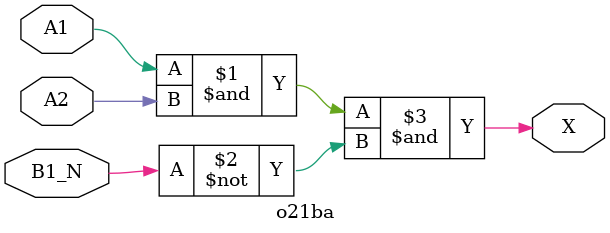
<source format=v>
module four_input_and (
    A1,
    A2,
    B1_N,
    C1,
    X
);

    input A1;
    input A2;
    input B1_N;
    input C1;
    output X;

    wire and1_out;
    wire and2_out;

    o21ba and1 (
        .A1(A1),
        .A2(A2),
        .B1_N(B1_N),
        .X(and1_out)
    );

    o21ba and2 (
        .A1(A1),
        .A2(A2),
        .B1_N(C1),
        .X(and2_out)
    );

    assign X = and1_out & and2_out;

endmodule

module o21ba (
    input A1,
    input A2,
    input B1_N,
    output X
);

    // Implementing the logic: X = A1 & A2 & ~B1_N
    assign X = A1 & A2 & ~B1_N;

endmodule

</source>
